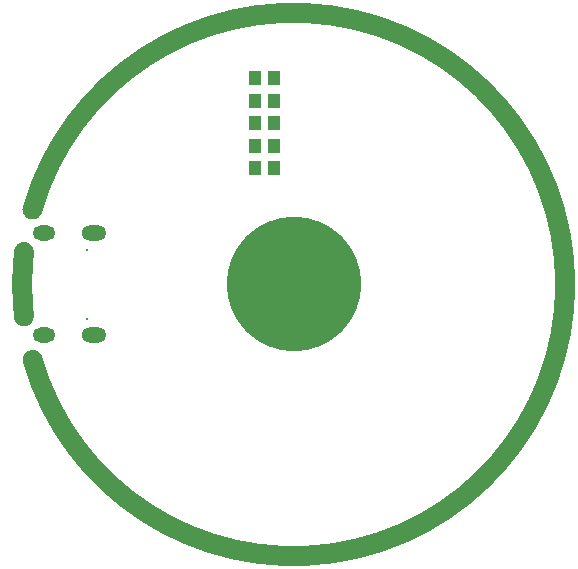
<source format=gbr>
G04 Layer_Color=8388736*
%FSLAX25Y25*%
%MOIN*%
%TF.FileFunction,Soldermask,Top*%
%TF.Part,Single*%
G01*
G75*
%ADD78C,0.06693*%
%TA.AperFunction,SMDPad*%
%ADD79R,0.04461X0.04658*%
%TA.AperFunction,ConnectorPad*%
%ADD80C,0.44882*%
%TA.AperFunction,ViaPad*%
%ADD81R,0.00787X0.00787*%
%TA.AperFunction,ViaPad*%
%ADD82O,0.07487X0.05124*%
%TA.AperFunction,ViaPad*%
%ADD83O,0.08274X0.05124*%
D78*
X272299Y319524D02*
G03*
X272287Y297974I89902J-10824D01*
G01*
X275209Y283561D02*
G03*
X275141Y333602I86991J25140D01*
G01*
D79*
X349468Y347500D02*
D03*
X355532D02*
D03*
X349468Y355000D02*
D03*
X355532D02*
D03*
X349468Y362500D02*
D03*
X355532D02*
D03*
X349468Y370000D02*
D03*
X355532D02*
D03*
X349468Y377500D02*
D03*
X355532D02*
D03*
D80*
X362201Y308701D02*
D03*
D81*
X293441Y320079D02*
D03*
Y297323D02*
D03*
D82*
X279071Y291693D02*
D03*
Y325709D02*
D03*
D83*
X295528D02*
D03*
Y291693D02*
D03*
%TF.MD5,CA5F09F9556AE55A924D9C55CB784870*%
M02*

</source>
